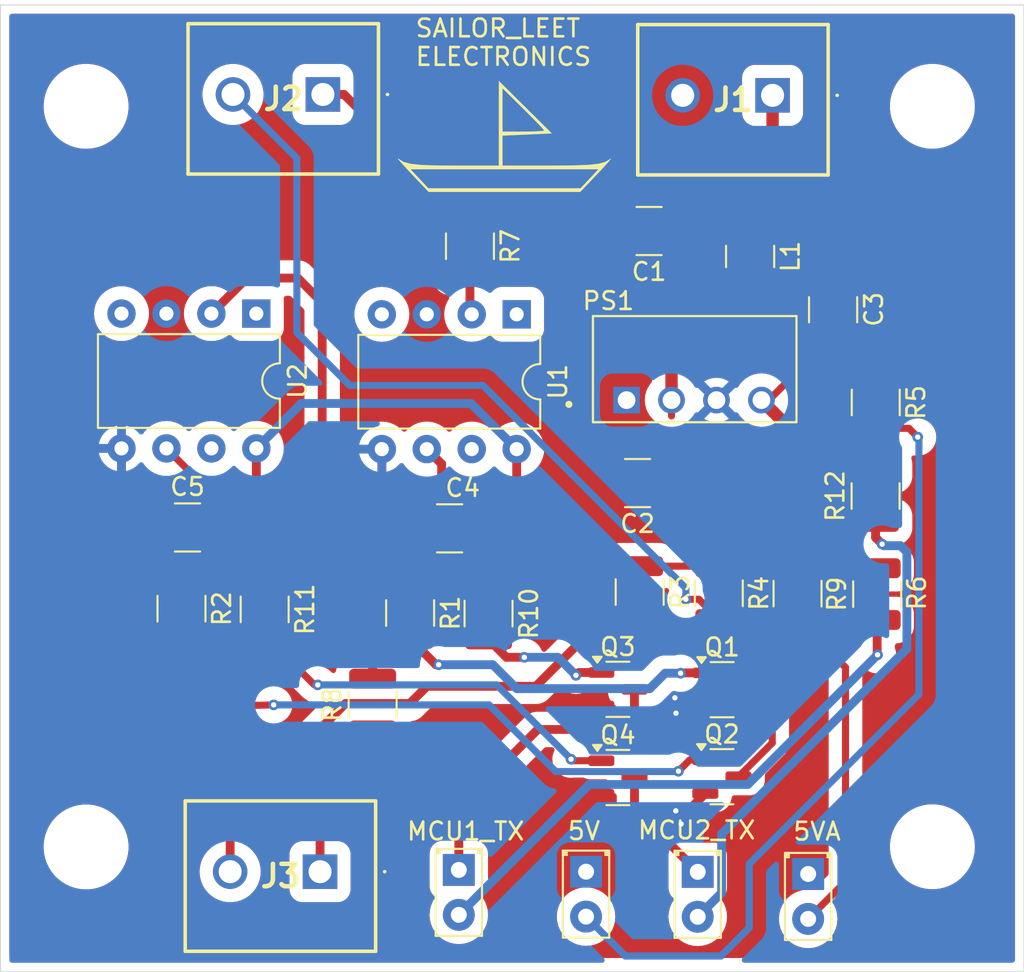
<source format=kicad_pcb>
(kicad_pcb (version 20240108) (generator "pcbnew") (generator_version "8.0")
  (layers (0 "F.Cu" signal) (31 "B.Cu" signal) (34 "B.Paste" user) (35 "F.Paste" user) (36 "B.SilkS" user "B.Silkscreen") (37 "F.SilkS" user "F.Silkscreen") (38 "B.Mask" user) (39 "F.Mask" user) (44 "Edge.Cuts" user))
  (net 0 "")
  (net 1 "+5V")
  (net 2 "GND")
  (net 3 "GND1")
  (net 4 "Net-(PS1-+VIN)")
  (net 5 "+5VA")
  (net 6 "Net-(D1-A)")
  (net 7 "Net-(D2-A)")
  (net 8 "Net-(D3-K)")
  (net 9 "Net-(D3-A)")
  (net 10 "Net-(D4-A)")
  (net 11 "Net-(D4-K)")
  (net 12 "/MCU1_RX_PIN")
  (net 13 "/MCU1_TX_PIN")
  (net 14 "/MCU2_RX_PIN")
  (net 15 "/MCU2_TX_PIN")
  (net 16 "Net-(Q1-B)")
  (net 17 "Net-(Q2-B)")
  (net 18 "Net-(Q3-B)")
  (net 19 "Net-(Q4-B)")
  (net 20 "/LED1")
  (net 21 "/LED2")
  (net 22 "Net-(U1-A)")
  (net 23 "Net-(U2-A)")
  (footprint "Resistor_SMD:R_1210_3225Metric" (layer "F.Cu") (at 160.02 64.63 -90)
    (property "Reference" "R7" (at 0 -2.28 90) (layer "F.SilkS"))
    (property "Value" "120")
    (fp_line (start -0.723737 1.355) (end 0.723737 1.355) (stroke (width 0.12)) (layer "F.SilkS"))
    (fp_line (start -0.723737 -1.355) (end 0.723737 -1.355) (stroke (width 0.12)) (layer "F.SilkS"))
    (pad "1" smd roundrect (at -1.4625 0 270) (size 1.125 2.65) (layers "F.Cu" "F.Paste" "F.Mask") (roundrect_rratio 0.222222) (net 13 "/MCU1_TX_PIN"))
    (pad "2" smd roundrect (at 1.4625 0 270) (size 1.125 2.65) (layers "F.Cu" "F.Paste" "F.Mask") (roundrect_rratio 0.222222) (net 22 "Net-(U1-A)"))
  )
  (footprint "Resistor_SMD:R_1210_3225Metric" (layer "F.Cu") (at 154.52 90.5425 90)
    (property "Reference" "R8" (at 0 -2.28 270) (layer "F.SilkS"))
    (property "Value" "120")
    (fp_line (start -0.723737 -1.355) (end 0.723737 -1.355) (stroke (width 0.12)) (layer "F.SilkS"))
    (fp_line (start -0.723737 1.355) (end 0.723737 1.355) (stroke (width 0.12)) (layer "F.SilkS"))
    (pad "1" smd roundrect (at -1.4625 0 90) (size 1.125 2.65) (layers "F.Cu" "F.Paste" "F.Mask") (roundrect_rratio 0.222222) (net 15 "/MCU2_TX_PIN"))
    (pad "2" smd roundrect (at 1.4625 0 90) (size 1.125 2.65) (layers "F.Cu" "F.Paste" "F.Mask") (roundrect_rratio 0.222222) (net 23 "Net-(U2-A)"))
  )
  (footprint "Resistor_SMD:R_1210_3225Metric" (layer "F.Cu") (at 183.03 84.2975 90)
    (property "Reference" "R9" (at 0 -2.28 270) (layer "F.SilkS"))
    (property "Value" "220")
    (fp_line (start -0.723737 -1.355) (end 0.723737 -1.355) (stroke (width 0.12)) (layer "F.SilkS"))
    (fp_line (start -0.723737 1.355) (end 0.723737 1.355) (stroke (width 0.12)) (layer "F.SilkS"))
    (pad "1" smd roundrect (at -1.4625 0 90) (size 1.125 2.65) (layers "F.Cu" "F.Paste" "F.Mask") (roundrect_rratio 0.222222) (net 9 "Net-(D3-A)"))
    (pad "2" smd roundrect (at 1.4625 0 90) (size 1.125 2.65) (layers "F.Cu" "F.Paste" "F.Mask") (roundrect_rratio 0.222222) (net 5 "+5VA"))
  )
  (footprint "Resistor_SMD:R_1210_3225Metric" (layer "F.Cu") (at 148.42 85.16 -90)
    (property "Reference" "R11" (at 0 -2.28 90) (layer "F.SilkS"))
    (property "Value" "1.5k")
    (fp_line (start -0.723737 1.355) (end 0.723737 1.355) (stroke (width 0.12)) (layer "F.SilkS"))
    (fp_line (start -0.723737 -1.355) (end 0.723737 -1.355) (stroke (width 0.12)) (layer "F.SilkS"))
    (pad "1" smd roundrect (at -1.4625 0 270) (size 1.125 2.65) (layers "F.Cu" "F.Paste" "F.Mask") (roundrect_rratio 0.222222) (net 21 "/LED2"))
    (pad "2" smd roundrect (at 1.4625 0 270) (size 1.125 2.65) (layers "F.Cu" "F.Paste" "F.Mask") (roundrect_rratio 0.222222) (net 19 "Net-(Q4-B)"))
  )
  (footprint "LED_THT:LED_D2.0mm_W4.8mm_H2.5mm_FlatTop" (layer "F.Cu") (at 166.58 99.99 -90)
    (property "Reference" "D1" (hide yes))
    (property "Value" "LED")
    (fp_line (start -1.19 1.31) (end 3.73 1.31) (stroke (width 0.12)) (layer "F.SilkS"))
    (fp_line (start -1.07 1.08) (end -1.07 1.31) (stroke (width 0.12)) (layer "F.SilkS"))
    (fp_line (start -0.95 1.08) (end -0.95 1.31) (stroke (width 0.12)) (layer "F.SilkS"))
    (fp_line (start -1.19 -1.31) (end -1.19 1.31) (stroke (width 0.12)) (layer "F.SilkS"))
    (fp_line (start -1.19 -1.31) (end 3.73 -1.31) (stroke (width 0.12)) (layer "F.SilkS"))
    (fp_line (start -1.07 -1.31) (end -1.07 -1.08) (stroke (width 0.12)) (layer "F.SilkS"))
    (fp_line (start -0.95 -1.31) (end -0.95 -1.08) (stroke (width 0.12)) (layer "F.SilkS"))
    (fp_line (start 3.73 -1.31) (end 3.73 1.31) (stroke (width 0.12)) (layer "F.SilkS"))
    (pad "1" thru_hole rect (at 0 0 270) (size 1.8 1.8) (drill 0.9) (layers "*.Cu" "*.Mask") (net 2 "GND"))
    (pad "2" thru_hole circle (at 2.54 0 270) (size 1.8 1.8) (drill 0.9) (layers "*.Cu" "*.Mask") (net 6 "Net-(D1-A)"))
  )
  (footprint "Package_TO_SOT_SMD:SOT-23" (layer "F.Cu") (at 174.2575 94.62)
    (property "Reference" "Q2" (at 0 -2.4 0) (layer "F.SilkS"))
    (property "Value" "BC817")
    (fp_line (start 0 -1.56) (end -0.65 -1.56) (stroke (width 0.12)) (layer "F.SilkS"))
    (fp_line (start 0 -1.56) (end 0.65 -1.56) (stroke (width 0.12)) (layer "F.SilkS"))
    (fp_line (start 0 1.56) (end -0.65 1.56) (stroke (width 0.12)) (layer "F.SilkS"))
    (fp_line (start 0 1.56) (end 0.65 1.56) (stroke (width 0.12)) (layer "F.SilkS"))
    (fp_poly (pts (xy -1.1625 -1.51) (xy -1.4025 -1.84) (xy -0.9225 -1.84) (xy -1.1625 -1.51)) (stroke (width 0.12)) (fill solid) (layer "F.SilkS"))
    (pad "1" smd roundrect (at -0.9375 -0.95) (size 1.475 0.6) (layers "F.Cu" "F.Paste" "F.Mask") (net 17 "Net-(Q2-B)"))
    (pad "2" smd roundrect (at -0.9375 0.95) (size 1.475 0.6) (layers "F.Cu" "F.Paste" "F.Mask") (net 3 "GND1"))
    (pad "3" smd roundrect (at 0.9375 0) (size 1.475 0.6) (layers "F.Cu" "F.Paste" "F.Mask") (net 12 "/MCU1_RX_PIN"))
  )
  (footprint "Package_DIP:DIP-8_W7.62mm" (layer "F.Cu") (at 162.66 68.48 -90)
    (property "Reference" "U1" (at 3.81 -2.33 90) (layer "F.SilkS"))
    (property "Value" "6N137")
    (fp_line (start 1.16 8.95) (end 6.46 8.95) (stroke (width 0.12)) (layer "F.SilkS"))
    (fp_line (start 6.46 8.95) (end 6.46 -1.33) (stroke (width 0.12)) (layer "F.SilkS"))
    (fp_line (start 1.16 -1.33) (end 1.16 8.95) (stroke (width 0.12)) (layer "F.SilkS"))
    (fp_line (start 2.81 -1.33) (end 1.16 -1.33) (stroke (width 0.12)) (layer "F.SilkS"))
    (fp_line (start 6.46 -1.33) (end 4.81 -1.33) (stroke (width 0.12)) (layer "F.SilkS"))
    (fp_arc (start 4.81 -1.33) (mid 3.81 -0.33) (end 2.81 -1.33) (stroke (width 0.12)) (layer "F.SilkS"))
    (pad "1" thru_hole rect (at 0 0 270) (size 1.6 1.6) (drill 0.8) (layers "*.Cu" "*.Mask"))
    (pad "2" thru_hole oval (at 0 2.54 270) (size 1.6 1.6) (drill 0.8) (layers "*.Cu" "*.Mask") (net 22 "Net-(U1-A)"))
    (pad "3" thru_hole oval (at 0 5.08 270) (size 1.6 1.6) (drill 0.8) (layers "*.Cu" "*.Mask") (net 2 "GND"))
    (pad "4" thru_hole oval (at 0 7.62 270) (size 1.6 1.6) (drill 0.8) (layers "*.Cu" "*.Mask"))
    (pad "5" thru_hole oval (at 7.62 7.62 270) (size 1.6 1.6) (drill 0.8) (layers "*.Cu" "*.Mask") (net 3 "GND1"))
    (pad "6" thru_hole oval (at 7.62 5.08 270) (size 1.6 1.6) (drill 0.8) (layers "*.Cu" "*.Mask") (net 20 "/LED1"))
    (pad "7" thru_hole oval (at 7.62 2.54 270) (size 1.6 1.6) (drill 0.8) (layers "*.Cu" "*.Mask"))
    (pad "8" thru_hole oval (at 7.62 0 270) (size 1.6 1.6) (drill 0.8) (layers "*.Cu" "*.Mask") (net 5 "+5VA"))
  )
  (footprint "MountingHole:MountingHole_4.3mm_M4" (layer "F.Cu") (at 138.33 98.59)
    (property "Reference" "H3" (hide yes))
    (property "Value" "M4 4.3MM")
    (pad "" np_thru_hole circle (at 0 0) (size 4.3 4.3) (drill 4.3) (layers "*.Cu" "*.Mask"))
  )
  (footprint "Resistor_SMD:R_1210_3225Metric" (layer "F.Cu") (at 182.94 78.7525 90)
    (property "Reference" "R12" (at 0 -2.28 270) (layer "F.SilkS"))
    (property "Value" "220")
    (fp_line (start -0.723737 -1.355) (end 0.723737 -1.355) (stroke (width 0.12)) (layer "F.SilkS"))
    (fp_line (start -0.723737 1.355) (end 0.723737 1.355) (stroke (width 0.12)) (layer "F.SilkS"))
    (pad "1" smd roundrect (at -1.4625 0 90) (size 1.125 2.65) (layers "F.Cu" "F.Paste" "F.Mask") (roundrect_rratio 0.222222) (net 10 "Net-(D4-A)"))
    (pad "2" smd roundrect (at 1.4625 0 90) (size 1.125 2.65) (layers "F.Cu" "F.Paste" "F.Mask") (roundrect_rratio 0.222222) (net 5 "+5VA"))
  )
  (footprint "Resistor_SMD:R_1210_3225Metric" (layer "F.Cu") (at 156.64 85.3675 -90)
    (property "Reference" "R1" (at 0 -2.28 90) (layer "F.SilkS"))
    (property "Value" "1.5k")
    (fp_line (start -0.723737 1.355) (end 0.723737 1.355) (stroke (width 0.12)) (layer "F.SilkS"))
    (fp_line (start -0.723737 -1.355) (end 0.723737 -1.355) (stroke (width 0.12)) (layer "F.SilkS"))
    (pad "1" smd roundrect (at -1.4625 0 270) (size 1.125 2.65) (layers "F.Cu" "F.Paste" "F.Mask") (roundrect_rratio 0.222222) (net 20 "/LED1"))
    (pad "2" smd roundrect (at 1.4625 0 270) (size 1.125 2.65) (layers "F.Cu" "F.Paste" "F.Mask") (roundrect_rratio 0.222222) (net 16 "Net-(Q1-B)"))
  )
  (footprint "Inductor_SMD:L_1210_3225Metric" (layer "F.Cu") (at 175.85 65.21 -90)
    (property "Reference" "L1" (at 0 -2.28 90) (layer "F.SilkS"))
    (property "Value" "22uH")
    (fp_line (start -0.602064 1.36) (end 0.602064 1.36) (stroke (width 0.12)) (layer "F.SilkS"))
    (fp_line (start -0.602064 -1.36) (end 0.602064 -1.36) (stroke (width 0.12)) (layer "F.SilkS"))
    (pad "1" smd roundrect (at -1.4 0 270) (size 1.25 2.65) (layers "F.Cu" "F.Paste" "F.Mask") (roundrect_rratio 0.2) (net 1 "+5V"))
    (pad "2" smd roundrect (at 1.4 0 270) (size 1.25 2.65) (layers "F.Cu" "F.Paste" "F.Mask") (roundrect_rratio 0.2) (net 4 "Net-(PS1-+VIN)"))
  )
  (footprint "Capacitor_SMD:C_1210_3225Metric" (layer "F.Cu") (at 144.06 80.53)
    (property "Reference" "C5" (at 0 -2.3 0) (layer "F.SilkS"))
    (property "Value" "100nF")
    (fp_line (start -0.711252 -1.36) (end 0.711252 -1.36) (stroke (width 0.12)) (layer "F.SilkS"))
    (fp_line (start -0.711252 1.36) (end 0.711252 1.36) (stroke (width 0.12)) (layer "F.SilkS"))
    (pad "1" smd roundrect (at -1.475 0) (size 1.15 2.7) (layers "F.Cu" "F.Paste" "F.Mask") (roundrect_rratio 0.217391) (net 3 "GND1"))
    (pad "2" smd roundrect (at 1.475 0) (size 1.15 2.7) (layers "F.Cu" "F.Paste" "F.Mask") (roundrect_rratio 0.217391) (net 5 "+5VA"))
  )
  (footprint "Package_TO_SOT_SMD:SOT-23" (layer "F.Cu") (at 174.2675 89.7)
    (property "Reference" "Q1" (at 0 -2.4 0) (layer "F.SilkS"))
    (property "Value" "BC817")
    (fp_line (start 0 -1.56) (end -0.65 -1.56) (stroke (width 0.12)) (layer "F.SilkS"))
    (fp_line (start 0 -1.56) (end 0.65 -1.56) (stroke (width 0.12)) (layer "F.SilkS"))
    (fp_line (start 0 1.56) (end -0.65 1.56) (stroke (width 0.12)) (layer "F.SilkS"))
    (fp_line (start 0 1.56) (end 0.65 1.56) (stroke (width 0.12)) (layer "F.SilkS"))
    (fp_poly (pts (xy -1.1625 -1.51) (xy -1.4025 -1.84) (xy -0.9225 -1.84) (xy -1.1625 -1.51)) (stroke (width 0.12)) (fill solid) (layer "F.SilkS"))
    (pad "1" smd roundrect (at -0.9375 -0.95) (size 1.475 0.6) (layers "F.Cu" "F.Paste" "F.Mask") (net 16 "Net-(Q1-B)"))
    (pad "2" smd roundrect (at -0.9375 0.95) (size 1.475 0.6) (layers "F.Cu" "F.Paste" "F.Mask") (net 3 "GND1"))
    (pad "3" smd roundrect (at 0.9375 0) (size 1.475 0.6) (layers "F.Cu" "F.Paste" "F.Mask") (net 14 "/MCU2_RX_PIN"))
  )
  (footprint "Resistor_SMD:R_1210_3225Metric" (layer "F.Cu") (at 178.53 84.27 -90)
    (property "Reference" "R6" (at -0.04 -6.74 90) (layer "F.SilkS"))
    (property "Value" "220")
    (fp_line (start -0.723737 1.355) (end 0.723737 1.355) (stroke (width 0.12)) (layer "F.SilkS"))
    (fp_line (start -0.723737 -1.355) (end 0.723737 -1.355) (stroke (width 0.12)) (layer "F.SilkS"))
    (pad "1" smd roundrect (at -1.4625 0 270) (size 1.125 2.65) (layers "F.Cu" "F.Paste" "F.Mask") (roundrect_rratio 0.222222) (net 5 "+5VA"))
    (pad "2" smd roundrect (at 1.4625 0 270) (size 1.125 2.65) (layers "F.Cu" "F.Paste" "F.Mask") (roundrect_rratio 0.222222) (net 7 "Net-(D2-A)"))
  )
  (footprint "Capacitor_SMD:C_1210_3225Metric" (layer "F.Cu") (at 169.49 78.02 180)
    (property "Reference" "C2" (at 0 -2.3 180) (layer "F.SilkS"))
    (property "Value" "330pF/1kV")
    (fp_line (start -0.711252 1.36) (end 0.711252 1.36) (stroke (width 0.12)) (layer "F.SilkS"))
    (fp_line (start -0.711252 -1.36) (end 0.711252 -1.36) (stroke (width 0.12)) (layer "F.SilkS"))
    (pad "1" smd roundrect (at -1.475 0 180) (size 1.15 2.7) (layers "F.Cu" "F.Paste" "F.Mask") (roundrect_rratio 0.217391) (net 3 "GND1"))
    (pad "2" smd roundrect (at 1.475 0 180) (size 1.15 2.7) (layers "F.Cu" "F.Paste" "F.Mask") (roundrect_rratio 0.217391) (net 2 "GND"))
  )
  (footprint "Package_DIP:DIP-8_W7.62mm" (layer "F.Cu") (at 147.95 68.44 -90)
    (property "Reference" "U2" (at 3.81 -2.33 90) (layer "F.SilkS"))
    (property "Value" "6N137")
    (fp_line (start 1.16 8.95) (end 6.46 8.95) (stroke (width 0.12)) (layer "F.SilkS"))
    (fp_line (start 6.46 8.95) (end 6.46 -1.33) (stroke (width 0.12)) (layer "F.SilkS"))
    (fp_line (start 1.16 -1.33) (end 1.16 8.95) (stroke (width 0.12)) (layer "F.SilkS"))
    (fp_line (start 2.81 -1.33) (end 1.16 -1.33) (stroke (width 0.12)) (layer "F.SilkS"))
    (fp_line (start 6.46 -1.33) (end 4.81 -1.33) (stroke (width 0.12)) (layer "F.SilkS"))
    (fp_arc (start 4.81 -1.33) (mid 3.81 -0.33) (end 2.81 -1.33) (stroke (width 0.12)) (layer "F.SilkS"))
    (pad "1" thru_hole rect (at 0 0 270) (size 1.6 1.6) (drill 0.8) (layers "*.Cu" "*.Mask"))
    (pad "2" thru_hole oval (at 0 2.54 270) (size 1.6 1.6) (drill 0.8) (layers "*.Cu" "*.Mask") (net 23 "Net-(U2-A)"))
    (pad "3" thru_hole oval (at 0 5.08 270) (size 1.6 1.6) (drill 0.8) (layers "*.Cu" "*.Mask") (net 2 "GND"))
    (pad "4" thru_hole oval (at 0 7.62 270) (size 1.6 1.6) (drill 0.8) (layers "*.Cu" "*.Mask"))
    (pad "5" thru_hole oval (at 7.62 7.62 270) (size 1.6 1.6) (drill 0.8) (layers "*.Cu" "*.Mask") (net 3 "GND1"))
    (pad "6" thru_hole oval (at 7.62 5.08 270) (size 1.6 1.6) (drill 0.8) (layers "*.Cu" "*.Mask") (net 21 "/LED2"))
    (pad "7" thru_hole oval (at 7.62 2.54 270) (size 1.6 1.6) (drill 0.8) (layers "*.Cu" "*.Mask"))
    (pad "8" thru_hole oval (at 7.62 0 270) (size 1.6 1.6) (drill 0.8) (layers "*.Cu" "*.Mask") (net 5 "+5VA"))
  )
  (footprint "KiCad:EB21A02D" (layer "F.Cu") (at 151.55 99.99)
    (property "Reference" "J3" (at -2.24 0.25 0) (layer "F.SilkS") (effects (font (size 1.27 1.27) (thickness 0.254))))
    (property "Value" "EB21A-02-D" (hide yes))
    (fp_line (start -7.62 -4) (end 3.14 -4) (stroke (width 0.2)) (layer "F.SilkS"))
    (fp_line (start -7.62 4.5) (end -7.62 -4) (stroke (width 0.2)) (layer "F.SilkS"))
    (fp_line (start 3.14 -4) (end 3.14 4.5) (stroke (width 0.2)) (layer "F.SilkS"))
    (fp_line (start 3.14 4.5) (end -7.62 4.5) (stroke (width 0.2)) (layer "F.SilkS"))
    (fp_line (start 3.6 0) (end 3.6 0) (stroke (width 0.1)) (layer "F.SilkS"))
    (fp_line (start 3.7 0) (end 3.7 0) (stroke (width 0.1)) (layer "F.SilkS"))
    (fp_arc (start 3.6 0) (mid 3.65 -0.05) (end 3.7 0) (stroke (width 0.1)) (layer "F.SilkS"))
    (fp_arc (start 3.7 0) (mid 3.65 0.05) (end 3.6 0) (stroke (width 0.1)) (layer "F.SilkS"))
    (pad "1" thru_hole rect (at 0 0) (size 1.95 1.95) (drill 1.3) (layers "*.Cu" "*.Mask") (net 15 "/MCU2_TX_PIN"))
    (pad "2" thru_hole circle (at -5.08 0) (size 1.95 1.95) (drill 1.3) (layers "*.Cu" "*.Mask") (net 14 "/MCU2_RX_PIN"))
  )
  (footprint "MountingHole:MountingHole_4.3mm_M4" (layer "F.Cu") (at 186.15 98.58)
    (property "Reference" "H4" (hide yes))
    (property "Value" "M4 4.3MM")
    (pad "" np_thru_hole circle (at 0 0) (size 4.3 4.3) (drill 4.3) (layers "*.Cu" "*.Mask"))
  )
  (footprint "Resistor_SMD:R_1210_3225Metric" (layer "F.Cu") (at 161.07 85.3975 -90)
    (property "Reference" "R10" (at 0 -2.28 90) (layer "F.SilkS"))
    (property "Value" "1.5k")
    (fp_line (start -0.723737 1.355) (end 0.723737 1.355) (stroke (width 0.12)) (layer "F.SilkS"))
    (fp_line (start -0.723737 -1.355) (end 0.723737 -1.355) (stroke (width 0.12)) (layer "F.SilkS"))
    (pad "1" smd roundrect (at -1.4625 0 270) (size 1.125 2.65) (layers "F.Cu" "F.Paste" "F.Mask") (roundrect_rratio 0.222222) (net 20 "/LED1"))
    (pad "2" smd roundrect (at 1.4625 0 270) (size 1.125 2.65) (layers "F.Cu" "F.Paste" "F.Mask") (roundrect_rratio 0.222222) (net 18 "Net-(Q3-B)"))
  )
  (footprint "KiCad:EB21A02D" (layer "F.Cu") (at 177.12 56.1)
    (property "Reference" "J1" (at -2.24 0.25 0) (layer "F.SilkS") (effects (font (size 1.27 1.27) (thickness 0.254))))
    (property "Value" "EB21A-02-D" (hide yes))
    (fp_line (start -7.62 -4) (end 3.14 -4) (stroke (width 0.2)) (layer "F.SilkS"))
    (fp_line (start -7.62 4.5) (end -7.62 -4) (stroke (width 0.2)) (layer "F.SilkS"))
    (fp_line (start 3.14 -4) (end 3.14 4.5) (stroke (width 0.2)) (layer "F.SilkS"))
    (fp_line (start 3.14 4.5) (end -7.62 4.5) (stroke (width 0.2)) (layer "F.SilkS"))
    (fp_line (start 3.6 0) (end 3.6 0) (stroke (width 0.1)) (layer "F.SilkS"))
    (fp_line (start 3.7 0) (end 3.7 0) (stroke (width 0.1)) (layer "F.SilkS"))
    (fp_arc (start 3.6 0) (mid 3.65 -0.05) (end 3.7 0) (stroke (width 0.1)) (layer "F.SilkS"))
    (fp_arc (start 3.7 0) (mid 3.65 0.05) (end 3.6 0) (stroke (width 0.1)) (layer "F.SilkS"))
    (pad "1" thru_hole rect (at 0 0) (size 1.95 1.95) (drill 1.3) (layers "*.Cu" "*.Mask") (net 1 "+5V"))
    (pad "2" thru_hole circle (at -5.08 0) (size 1.95 1.95) (drill 1.3) (layers "*.Cu" "*.Mask") (net 2 "GND"))
  )
  (footprint "tfm:LOGO" (layer "F.Cu") (at 161.863049 58.360914)
    (property "Reference" "G***" (hide yes))
    (property "Value" "LOGO" (hide yes))
    (fp_poly (pts (xy 1.28788 -1.595116) (xy 2.789205 -0.106723) (xy 1.394603 -0.043609) (xy 0 0.019504) (xy 0 0.863534) (xy 0 1.707563) (xy 2.811345 1.707563) (xy 4.007365 1.698902) (xy 4.853422 1.667156) (xy 5.426201 1.60368) (xy 5.802383 1.499829) (xy 6.058654 1.34696) (xy 6.066387 1.340621) (xy 6.149855 1.299681) (xy 5.974193 1.519461) (xy 5.577248 1.954027) (xy 5.450881 2.08768) (xy 4.391678 3.20168) (xy 0.106723 3.20168) (xy -4.178232 3.20168) (xy -5.237435 2.08768) (xy -5.392025 1.921008) (xy -5.197102 1.921008) (xy -4.695798 2.454622) (xy -4.194494 2.988235) (xy 0.106723 2.988235) (xy 4.40794 2.988235) (xy 4.909244 2.454622) (xy 5.410548 1.921008) (xy 0.106723 1.921008) (xy -5.197102 1.921008) (xy -5.392025 1.921008) (xy -5.68271 1.607604) (xy -5.915952 1.331084) (xy -5.899315 1.304058) (xy -5.852941 1.340621) (xy -5.586552 1.501483) (xy -5.19533 1.608869) (xy -4.598957 1.672471) (xy -3.717112 1.701978) (xy -2.811344 1.707563) (xy -0.213445 1.707563) (xy -0.213445 -0.687973) (xy -0.213445 -2.653485) (xy 0 -2.653485) (xy 0 -1.433465) (xy 0 -0.213446) (xy 1.17395 -0.213446) (xy 1.817053 -0.223423) (xy 2.24346 -0.249161) (xy 2.3479 -0.274098) (xy 2.20745 -0.441483) (xy 1.835277 -0.830394) (xy 1.305143 -1.364175) (xy 1.17395 -1.494118) (xy 0 -2.653485) (xy -0.213445 -2.653485) (xy -0.213445 -3.083508)) (fill solid) (layer "F.SilkS"))
  )
  (footprint "Resistor_SMD:R_1210_3225Metric" (layer "F.Cu") (at 174.08 84.25 -90)
    (property "Reference" "R4" (at 0 -2.28 90) (layer "F.SilkS"))
    (property "Value" "220")
    (fp_line (start -0.723737 1.355) (end 0.723737 1.355) (stroke (width 0.12)) (layer "F.SilkS"))
    (fp_line (start -0.723737 -1.355) (end 0.723737 -1.355) (stroke (width 0.12)) (layer "F.SilkS"))
    (pad "1" smd roundrect (at -1.4625 0 270) (size 1.125 2.65) (layers "F.Cu" "F.Paste" "F.Mask") (roundrect_rratio 0.222222) (net 5 "+5VA"))
    (pad "2" smd roundrect (at 1.4625 0 270) (size 1.125 2.65) (layers "F.Cu" "F.Paste" "F.Mask") (roundrect_rratio 0.222222) (net 12 "/MCU1_RX_PIN"))
  )
  (footprint "Package_TO_SOT_SMD:SOT-23" (layer "F.Cu") (at 168.3775 89.68)
    (property "Reference" "Q3" (at 0 -2.4 0) (layer "F.SilkS"))
    (property "Value" "BC817")
    (fp_line (start 0 -1.56) (end -0.65 -1.56) (stroke (width 0.12)) (layer "F.SilkS"))
    (fp_line (start 0 -1.56) (end 0.65 -1.56) (stroke (width 0.12)) (layer "F.SilkS"))
    (fp_line (start 0 1.56) (end -0.65 1.56) (stroke (width 0.12)) (layer "F.SilkS"))
    (fp_line (start 0 1.56) (end 0.65 1.56) (stroke (width 0.12)) (layer "F.SilkS"))
    (fp_poly (pts (xy -1.1625 -1.51) (xy -1.4025 -1.84) (xy -0.9225 -1.84) (xy -1.1625 -1.51)) (stroke (width 0.12)) (fill solid) (layer "F.SilkS"))
    (pad "1" smd roundrect (at -0.9375 -0.95) (size 1.475 0.6) (layers "F.Cu" "F.Paste" "F.Mask") (net 18 "Net-(Q3-B)"))
    (pad "2" smd roundrect (at -0.9375 0.95) (size 1.475 0.6) (layers "F.Cu" "F.Paste" "F.Mask") (net 2 "GND"))
    (pad "3" smd roundrect (at 0.9375 0) (size 1.475 0.6) (layers "F.Cu" "F.Paste" "F.Mask") (net 8 "Net-(D3-K)"))
  )
  (footprint "Capacitor_SMD:C_1210_3225Metric" (layer "F.Cu") (at 180.54 68.22 90)
    (property "Reference" "C3" (at 0.02 2.3 270) (layer "F.SilkS"))
    (property "Value" "330pF/1kV")
    (fp_line (start -0.711252 -1.36) (end 0.711252 -1.36) (stroke (width 0.12)) (layer "F.SilkS"))
    (fp_line (start -0.711252 1.36) (end 0.711252 1.36) (stroke (width 0.12)) (layer "F.SilkS"))
    (pad "1" smd roundrect (at -1.475 0 90) (size 1.15 2.7) (layers "F.Cu" "F.Paste" "F.Mask") (roundrect_rratio 0.217391) (net 5 "+5VA"))
    (pad "2" smd roundrect (at 1.475 0 90) (size 1.15 2.7) (layers "F.Cu" "F.Paste" "F.Mask") (roundrect_rratio 0.217391) (net 4 "Net-(PS1-+VIN)"))
  )
  (footprint "MountingHole:MountingHole_4.3mm_M4" (layer "F.Cu") (at 138.33 56.72)
    (property "Reference" "H1" (hide yes))
    (property "Value" "M4 4.3MM")
    (pad "" np_thru_hole circle (at 0 0) (size 4.3 4.3) (drill 4.3) (layers "*.Cu" "*.Mask"))
  )
  (footprint "KiCad:EB21A02D" (layer "F.Cu") (at 151.71 56.05)
    (property "Reference" "J2" (at -2.24 0.25 0) (layer "F.SilkS") (effects (font (size 1.27 1.27) (thickness 0.254))))
    (property "Value" "EB21A-02-D" (hide yes))
    (fp_line (start -7.62 -4) (end 3.14 -4) (stroke (width 0.2)) (layer "F.SilkS"))
    (fp_line (start -7.62 4.5) (end -7.62 -4) (stroke (width 0.2)) (layer "F.SilkS"))
    (fp_line (start 3.14 -4) (end 3.14 4.5) (stroke (width 0.2)) (layer "F.SilkS"))
    (fp_line (start 3.14 4.5) (end -7.62 4.5) (stroke (width 0.2)) (layer "F.SilkS"))
    (fp_line (start 3.6 0) (end 3.6 0) (stroke (width 0.1)) (layer "F.SilkS"))
    (fp_line (start 3.7 0) (end 3.7 0) (stroke (width 0.1)) (layer "F.SilkS"))
    (fp_arc (start 3.6 0) (mid 3.65 -0.05) (end 3.7 0) (stroke (width 0.1)) (layer "F.SilkS"))
    (fp_arc (start 3.7 0) (mid 3.65 0.05) (end 3.6 0) (stroke (width 0.1)) (layer "F.SilkS"))
    (pad "1" thru_hole rect (at 0 0) (size 1.95 1.95) (drill 1.3) (layers "*.Cu" "*.Mask") (net 13 "/MCU1_TX_PIN"))
    (pad "2" thru_hole circle (at -5.08 0) (size 1.95 1.95) (drill 1.3) (layers "*.Cu" "*.Mask") (net 12 "/MCU1_RX_PIN"))
  )
  (footprint "LED_THT:LED_D2.0mm_W4.8mm_H2.5mm_FlatTop" (layer "F.Cu") (at 179.13 100.12 -90)
    (property "Reference" "D2" (hide yes))
    (property "Value" "LED")
    (fp_line (start -1.19 1.31) (end 3.73 1.31) (stroke (width 0.12)) (layer "F.SilkS"))
    (fp_line (start -1.07 1.08) (end -1.07 1.31) (stroke (width 0.12)) (layer "F.SilkS"))
    (fp_line (start -0.95 1.08) (end -0.95 1.31) (stroke (width 0.12)) (layer "F.SilkS"))
    (fp_line (start -1.19 -1.31) (end -1.19 1.31) (stroke (width 0.12)) (layer "F.SilkS"))
    (fp_line (start -1.19 -1.31) (end 3.73 -1.31) (stroke (width 0.12)) (layer "F.SilkS"))
    (fp_line (start -1.07 -1.31) (end -1.07 -1.08) (stroke (width 0.12)) (layer "F.SilkS"))
    (fp_line (start -0.95 -1.31) (end -0.95 -1.08) (stroke (width 0.12)) (layer "F.SilkS"))
    (fp_line (start 3.73 -1.31) (end 3.73 1.31) (stroke (width 0.12)) (layer "F.SilkS"))
    (pad "1" thru_hole rect (at 0 0 270) (size 1.8 1.8) (drill 0.9) (layers "*.Cu" "*.Mask") (net 2 "GND"))
    (pad "2" thru_hole circle (at 2.54 0 270) (size 1.8 1.8) (drill 0.9) (layers "*.Cu" "*.Mask") (net 7 "Net-(D2-A)"))
  )
  (footprint "Capacitor_SMD:C_1210_3225Metric" (layer "F.Cu") (at 158.87 80.58)
    (property "Reference" "C4" (at 0.74 -2.29 0) (layer "F.SilkS"))
    (property "Value" "100nF")
    (fp_line (start -0.711252 -1.36) (end 0.711252 -1.36) (stroke (width 0.12)) (layer "F.SilkS"))
    (fp_line (start -0.711252 1.36) (end 0.711252 1.36) (stroke (width 0.12)) (layer "F.SilkS"))
    (pad "1" smd roundrect (at -1.475 0) (size 1.15 2.7) (layers "F.Cu" "F.Paste" "F.Mask") (roundrect_rratio 0.217391) (net 3 "GND1"))
    (pad "2" smd roundrect (at 1.475 0) (size 1.15 2.7) (layers "F.Cu" "F.Paste" "F.Mask") (roundrect_rratio 0.217391) (net 5 "+5VA"))
  )
  (footprint "tfm:CONV_RFM-0505S" (layer "F.Cu") (at 172.72 71.58)
    (property "Reference" "PS1" (at -4.88 -3.86 360) (layer "F.SilkS"))
    (property "Value" "RFM-0505S")
    (fp_line (start -5.75 -3) (end -5.75 3) (stroke (width 0.127)) (layer "F.SilkS"))
    (fp_line (start -5.75 3) (end 5.75 3) (stroke (width 0.127)) (layer "F.SilkS"))
    (fp_line (start 5.75 -3) (end -5.75 -3) (stroke (width 0.127)) (layer "F.SilkS"))
    (fp_line (start 5.75 3) (end 5.75 -3) (stroke (width 0.127)) (layer "F.SilkS"))
    (fp_circle (center -7.11 1.99) (end -7.01 1.99) (stroke (width 0.2)) (fill none) (layer "F.SilkS"))
    (pad "1" thru_hole rect (at -3.85 1.75) (size 1.508 1.508) (drill 1) (layers "*.Cu" "*.Mask") (net 2 "GND"))
    (pad "2" thru_hole circle (at -1.31 1.75) (size 1.508 1.508) (drill 1) (layers "*.Cu" "*.Mask") (net 4 "Net-(PS1-+VIN)"))
    (pad "3" thru_hole circle (at 1.23 1.75) (size 1.508 1.508) (drill 1) (layers "*.Cu" "*.Mask") (net 3 "GND1"))
    (pad "4" thru_hole circle (at 3.77 1.75) (size 1.508 1.508) (drill 1) (layers "*.Cu" "*.Mask") (net 5 "+5VA"))
  )
  (footprint "Resistor_SMD:R_1210_3225Metric" (layer "F.Cu") (at 143.72 85.12 -90)
    (property "Reference" "R2" (at 0 -2.28 90) (layer "F.SilkS"))
    (property "Value" "1.5k")
    (fp_line (start -0.723737 1.355) (end 0.723737 1.355) (stroke (width 0.12)) (layer "F.SilkS"))
    (fp_line (start -0.723737 -1.355) (end 0.723737 -1.355) (stroke (width 0.12)) (layer "F.SilkS"))
    (pad "1" smd roundrect (at -1.4625 0 270) (size 1.125 2.65) (layers "F.Cu" "F.Paste" "F.Mask") (roundrect_rratio 0.222222) (net 21 "/LED2"))
    (pad "2" smd roundrect (at 1.4625 0 270) (size 1.125 2.65) (layers "F.Cu" "F.Paste" "F.Mask") (roundrect_rratio 0.222222) (net 17 "Net-(Q2-B)"))
  )
  (footprint "Resistor_SMD:R_1210_3225Metric" (layer "F.Cu") (at 169.61 84.18 -90)
    (property "Reference" "R3" (at 0 -2.28 90) (layer "F.SilkS"))
    (property "Value" "220")
    (fp_line (start -0.723737 1.355) (end 0.723737 1.355) (stroke (width 0.12)) (layer "F.SilkS"))
    (fp_line (start -0.723737 -1.355) (end 0.723737 -1.355) (stroke (width 0.12)) (layer "F.SilkS"))
    (pad "1" smd roundrect (at -1.4625 0 270) (size 1.125 2.65) (layers "F.Cu" "F.Paste" "F.Mask") (roundrect_rratio 0.222222) (net 5 "+5VA"))
    (pad "2" smd roundrect (at 1.4625 0 270) (size 1.125 2.65) (layers "F.Cu" "F.Paste" "F.Mask") (roundrect_rratio 0.222222) (net 14 "/MCU2_RX_PIN"))
  )
  (footprint "Package_TO_SOT_SMD:SOT-23" (layer "F.Cu") (at 168.38 94.6675)
    (property "Reference" "Q4" (at 0 -2.4 0) (layer "F.SilkS"))
    (property "Value" "BC817")
    (fp_line (start 0 -1.56) (end -0.65 -1.56) (stroke (width 0.12)) (layer "F.SilkS"))
    (fp_line (start 0 -1.56) (end 0.65 -1.56) (stroke (width 0.12)) (layer "F.SilkS"))
    (fp_line (start 0 1.56) (end -0.65 1.56) (stroke (width 0.12)) (layer "F.SilkS"))
    (fp_line (start 0 1.56) (end 0.65 1.56) (stroke (width 0.12)) (layer "F.SilkS"))
    (fp_poly (pts (xy -1.1625 -1.51) (xy -1.4025 -1.84) (xy -0.9225 -1.84) (xy -1.1625 -1.51)) (stroke (width 0.12)) (fill solid) (layer "F.SilkS"))
    (pad "1" smd roundrect (at -0.9375 -0.95) (size 1.475 0.6) (layers "F.Cu" "F.Paste" "F.Mask") (net 19 "Net-(Q4-B)"))
    (pad "2" smd roundrect (at -0.9375 0.95) (size 1.475 0.6) (layers "F.Cu" "F.Paste" "F.Mask") (net 2 "GND"))
    (pad "3" smd roundrect (at 0.9375 0) (size 1.475 0.6) (layers "F.Cu" "F.Paste" "F.Mask") (net 11 "Net-(D4-K)"))
  )
  (footprint "Resistor_SMD:R_1210_3225Metric" (layer "F.Cu") (at 182.95 73.4625 -90)
    (property "Reference" "R5" (at 0 -2.28 90) (layer "F.SilkS"))
    (property "Value" "220")
    (fp_line (start -0.723737 1.355) (end 0.723737 1.355) (stroke (width 0.12)) (layer "F.SilkS"))
    (fp_line (start -0.723737 -1.355) (end 0.723737 -1.355) (stroke (width 0.12)) (layer "F.SilkS"))
    (pad "1" smd roundrect (at -1.4625 0 270) (size 1.125 2.65) (layers "F.Cu" "F.Paste" "F.Mask") (roundrect_rratio 0.222222) (net 1 "+5V"))
    (pad "2" smd roundrect (at 1.4625 0 270) (size 1.125 2.65) (layers "F.Cu" "F.Paste" "F.Mask") (roundrect_rratio 0.222222) (net 6 "Net-(D1-A)"))
  )
  (footprint "MountingHole:MountingHole_4.3mm_M4" (layer "F.Cu") (at 186.15 56.72)
    (property "Reference" "H2" (hide yes))
    (property "Value" "M4 4.3MM")
    (pad "" np_thru_hole circle (at 0 0) (size 4.3 4.3) (drill 4.3) (layers "*.Cu" "*.Mask"))
  )
  (footprint "LED_THT:LED_D2.0mm_W4.8mm_H2.5mm_FlatTop" (layer "F.Cu") (at 172.89 100 -90)
    (property "Reference" "D4" (hide yes))
    (property "Value" "LED")
    (fp_line (start -1.19 1.31) (end 3.73 1.31) (stroke (width 0.12)) (layer "F.SilkS"))
    (fp_line (start -1.07 1.08) (end -1.07 1.31) (stroke (width 0.12)) (layer "F.SilkS"))
    (fp_line (start -0.95 1.08) (end -0.95 1.31) (stroke (width 0.12)) (layer "F.SilkS"))
    (fp_line (start -1.19 -1.31) (end -1.19 1.31) (stroke (width 0.12)) (layer "F.SilkS"))
    (fp_line (start -1.19 -1.31) (end 3.73 -1.31) (stroke (width 0.12)) (layer "F.SilkS"))
    (fp_line (start -1.07 -1.31) (end -1.07 -1.08) (stroke (width 0.12)) (layer "F.SilkS"))
    (fp_line (start -0.95 -1.31) (end -0.95 -1.08) (stroke (width 0.12)) (layer "F.SilkS"))
    (fp_line (start 3.73 -1.31) (end 3.73 1.31) (stroke (width 0.12)) (layer "F.SilkS"))
    (pad "1" thru_hole rect (at 0 0 270) (size 1.8 1.8) (drill 0.9) (layers "*.Cu" "*.Mask") (net 11 "Net-(D4-K)"))
    (pad "2" thru_hole circle (at 2.54 0 270) (size 1.8 1.8) (drill 0.9) (layers "*.Cu" "*.Mask") (net 10 "Net-(D4-A)"))
  )
  (footprint "Capacitor_SMD:C_1210_3225Metric" (layer "F.Cu") (at 170.14 63.77 180)
    (property "Reference" "C1" (at 0 -2.3 180) (layer "F.SilkS"))
    (property "Value" "10uF")
    (fp_line (start -0.711252 1.36) (end 0.711252 1.36) (stroke (width 0.12)) (layer "F.SilkS"))
    (fp_line (start -0.711252 -1.36) (end 0.711252 -1.36) (stroke (width 0.12)) (layer "F.SilkS"))
    (pad "1" smd roundrect (at -1.475 0 180) (size 1.15 2.7) (layers "F.Cu" "F.Paste" "F.Mask") (roundrect_rratio 0.217391) (net 1 "+5V"))
    (pad "2" smd roundrect (at 1.475 0 180) (size 1.15 2.7) (layers "F.Cu" "F.Paste" "F.Mask") (roundrect_rratio 0.217391) (net 2 "GND"))
  )
  (footprint "LED_THT:LED_D2.0mm_W4.8mm_H2.5mm_FlatTop" (layer "F.Cu") (at 159.39 99.89 -90)
    (property "Reference" "D3" (hide yes))
    (property "Value" "LED")
    (fp_line (start -1.19 1.31) (end 3.73 1.31) (stroke (width 0.12)) (layer "F.SilkS"))
    (fp_line (start -1.07 1.08) (end -1.07 1.31) (stroke (width 0.12)) (layer "F.SilkS"))
    (fp_line (start -0.95 1.08) (end -0.95 1.31) (stroke (width 0.12)) (layer "F.SilkS"))
    (fp_line (start -1.19 -1.31) (end -1.19 1.31) (stroke (width 0.12)) (layer "F.SilkS"))
    (fp_line (start -1.19 -1.31) (end 3.73 -1.31) (stroke (width 0.12)) (layer "F.SilkS"))
    (fp_line (start -1.07 -1.31) (end -1.07 -1.08) (stroke (width 0.12)) (layer "F.SilkS"))
    (fp_line (start -0.95 -1.31) (end -0.95 -1.08) (stroke (width 0.12)) (layer "F.SilkS"))
    (fp_line (start 3.73 -1.31) (end 3.73 1.31) (stroke (width 0.12)) (layer "F.SilkS"))
    (pad "1" thru_hole rect (at 0 0 270) (size 1.8 1.8) (drill 0.9) (layers "*.Cu" "*.Mask") (net 8 "Net-(D3-K)"))
    (pad "2" thru_hole circle (at 2.54 0 270) (size 1.8 1.8) (drill 0.9) (layers "*.Cu" "*.Mask") (net 9 "Net-(D3-A)"))
  )
  (gr_rect (start 133.49 50.99) (end 191.32 105.64) (stroke (width 0.05)) (fill none) (layer "Edge.Cuts"))
  (gr_text "MCU1_TX\n" (at 156.37 98.29 0) (layer "F.SilkS") (effects (font (size 1 1)) (justify left bottom)))
  (gr_text "SAILOR_LEET \nELECTRONICS\n" (at 156.86 54.5 0) (layer "F.SilkS") (effects (font (size 1 1)) (justify left bottom)))
  (gr_text "5VA" (at 178.2 98.3 0) (layer "F.SilkS") (effects (font (size 1 1)) (justify left bottom)))
  (gr_text "MCU2_TX\n" (at 169.42 98.23 0) (layer "F.SilkS") (effects (font (size 1 1)) (justify left bottom)))
  (gr_text "5V" (at 165.46 98.27 0) (layer "F.SilkS") (effects (font (size 1 1)) (justify left bottom)))
  (segment (start 182.64 62.67) (end 176.99 62.67) (width 0.4) (layer "F.Cu") (net 1))
  (segment (start 182.95 72) (end 184.49 70.46) (width 0.4) (layer "F.Cu") (net 1))
  (segment (start 177.12 62.54) (end 175.85 63.81) (width 0.7) (layer "F.Cu") (net 1))
  (segment (start 177.12 56.1) (end 177.12 62.54) (width 0.7) (layer "F.Cu") (net 1))
  (segment (start 184.49 64.52) (end 182.64 62.67) (width 0.4) (layer "F.Cu") (net 1))
  (segment (start 176.99 62.67) (end 175.85 63.81) (width 0.4) (layer "F.Cu") (net 1))
  (segment (start 171.615 63.77) (end 175.81 63.77) (width 0.7) (layer "F.Cu") (net 1))
  (segment (start 184.49 70.46) (end 184.49 64.52) (width 0.4) (layer "F.Cu") (net 1))
  (segment (start 175.81 63.77) (end 175.85 63.81) (width 0.7) (layer "F.Cu") (net 1))
  (segment (start 172.04 56.1) (end 172.04 56.84) (width 0.7) (layer "F.Cu") (net 2))
  (segment (start 168.665 63.77) (end 168.665 73.125) (width 0.7) (layer "F.Cu") (net 2))
  (segment (start 172.04 56.84) (end 168.665 60.215) (width 0.7) (layer "F.Cu") (net 2))
  (segment (start 168.015 74.185) (end 168.87 73.33) (width 0.4) (layer "F.Cu") (net 2))
  (segment (start 168.015 78.02) (end 168.015 74.185) (width 0.4) (layer "F.Cu") (net 2))
  (segment (start 168.665 60.215) (end 168.665 63.77) (width 0.7) (layer "F.Cu") (net 2))
  (segment (start 168.665 73.125) (end 168.87 73.33) (width 0.7) (layer "F.Cu") (net 2))
  (segment (start 173.33 90.65) (end 172.04 90.65) (width 0.5) (layer "F.Cu") (net 3))
  (segment (start 140.33 76.06) (end 140.33 78.275) (width 0.5) (layer "F.Cu") (net 3))
  (segment (start 172.04 90.65) (end 171.66 91.03) (width 0.5) (layer "F.Cu") (net 3))
  (segment (start 172.34 96.9) (end 171.95 97.29) (width 0.5) (layer "F.Cu") (net 3))
  (segment (start 171.6 90.21) (end 171.6 90.16) (width 0.5) (layer "F.Cu") (net 3))
  (segment (start 155.04 78.225) (end 157.395 80.58) (width 0.5) (layer "F.Cu") (net 3))
  (segment (start 172.34 96.55) (end 171.65 96.55) (width 0.5) (layer "F.Cu") (net 3))
  (segment (start 140.33 78.275) (end 142.585 80.53) (width 0.5) (layer "F.Cu") (net 3))
  (segment (start 172.04 90.65) (end 171.6 90.21) (width 0.5) (layer "F.Cu") (net 3))
  (segment (start 172.34 96.55) (end 172.34 96.9) (width 0.5) (layer "F.Cu") (net 3))
  (segment (start 170.965 76.315) (end 173.95 73.33) (width 0.4) (layer "F.Cu") (net 3))
  (segment (start 170.965 78.02) (end 170.965 76.315) (width 0.4) (layer "F.Cu") (net 3))
  (segment (start 155.04 76.1) (end 155.04 78.225) (width 0.5) (layer "F.Cu") (net 3))
  (segment (start 173.32 95.57) (end 172.34 96.55) (width 0.5) (layer "F.Cu") (net 3))
  (via (at 171.65 96.55) (size 0.6) (drill 0.3) (layers "F.Cu" "B.Cu") (net 3))
  (via (at 171.66 91.03) (size 0.6) (drill 0.3) (layers "F.Cu" "B.Cu") (net 3))
  (via (at 171.6 90.16) (size 0.6) (drill 0.3) (layers "F.Cu" "B.Cu") (net 3))
  (via (at 171.95 97.29) (size 0.6) (drill 0.3) (layers "F.Cu" "B.Cu") (net 3))
  (segment (start 180.54 66.745) (end 175.985 66.745) (width 0.4) (layer "F.Cu") (net 4))
  (segment (start 175.985 66.745) (end 175.85 66.61) (width 0.4) (layer "F.Cu") (net 4))
  (segment (start 171.41 71.05) (end 171.41 73.33) (width 0.7) (layer "F.Cu") (net 4))
  (segment (start 171.41 74.225) (end 171.41 73.33) (width 0.4) (layer "F.Cu") (net 4))
  (segment (start 175.85 66.61) (end 171.41 71.05) (width 0.7) (layer "F.Cu") (net 4))
  (segment (start 183.0025 82.8075) (end 183.03 82.835) (width 0.4) (layer "F.Cu") (net 5))
  (segment (start 145.6 80.53) (end 147.95 78.18) (width 0.5) (layer "F.Cu") (net 5))
  (segment (start 178.53 82.8075) (end 183.0025 82.8075) (width 0.4) (layer "F.Cu") (net 5))
  (segment (start 169.61 82.7175) (end 162.4825 82.7175) (width 0.4) (layer "F.Cu") (net 5))
  (segment (start 160.345 80.58) (end 160.64 80.58) (width 0.5) (layer "F.Cu") (net 5))
  (segment (start 162.66 78.56) (end 162.66 76.1) (width 0.5) (layer "F.Cu") (net 5))
  (segment (start 180.45 77.29) (end 176.49 73.33) (width 0.7) (layer "F.Cu") (net 5))
  (segment (start 176.905 73.33) (end 176.49 73.33) (width 0.4) (layer "F.Cu") (net 5))
  (segment (start 162.4825 82.7175) (end 160.345 80.58) (width 0.4) (layer "F.Cu") (net 5))
  (segment (start 178.51 82.7875) (end 178.53 82.8075) (width 0.4) (layer "F.Cu") (net 5))
  (segment (start 169.61 82.7175) (end 174.01 82.7175) (width 0.4) (layer "F.Cu") (net 5))
  (segment (start 174.08 82.7875) (end 178.51 82.7875) (width 0.4) (layer "F.Cu") (net 5))
  (segment (start 147.95 78.18) (end 147.95 76.06) (width 0.5) (layer "F.Cu") (net 5))
  (segment (start 178.53 82.8075) (end 178.53 80.33) (width 0.4) (layer "F.Cu") (net 5))
  (segment (start 174.01 82.7175) (end 174.08 82.7875) (width 0.4) (layer "F.Cu") (net 5))
  (segment (start 160.64 80.58) (end 162.66 78.56) (width 0.5) (layer "F.Cu") (net 5))
  (segment (start 178.53 80.33) (end 181.57 77.29) (width 0.4) (layer "F.Cu") (net 5))
  (segment (start 145.535 80.53) (end 145.6 80.53) (width 0.5) (layer "F.Cu") (net 5))
  (segment (start 180.54 69.695) (end 176.905 73.33) (width 0.4) (layer "F.Cu") (net 5))
  (segment (start 182.94 77.29) (end 181.57 77.29) (width 0.7) (layer "F.Cu") (net 5))
  (segment (start 181.57 77.29) (end 180.45 77.29) (width 0.7) (layer "F.Cu") (net 5))
  (segment (start 150.49 73.52) (end 160.08 73.52) (width 0.5) (layer "B.Cu") (net 5))
  (segment (start 147.95 76.06) (end 150.49 73.52) (width 0.5) (layer "B.Cu") (net 5))
  (segment (start 160.08 73.52) (end 162.66 76.1) (width 0.5) (layer "B.Cu") (net 5))
  (segment (start 182.95 74.925) (end 184.825 74.925) (width 0.4) (layer "F.Cu") (net 6))
  (segment (start 184.825 74.925) (end 185.32 75.42) (width 0.4) (layer "F.Cu") (net 6))
  (via (at 185.32 75.42) (size 0.6) (drill 0.3) (layers "F.Cu" "B.Cu") (net 6))
  (segment (start 185.39 75.49) (end 185.39 89.96) (width 0.4) (layer "B.Cu") (net 6))
  (segment (start 175.8 99.55) (end 175.8 103.16) (width 0.4) (layer "B.Cu") (net 6))
  (segment (start 174.2 104.76) (end 168.81 104.76) (width 0.4) (layer "B.Cu") (net 6))
  (segment (start 168.81 104.76) (end 166.58 102.53) (width 0.4) (layer "B.Cu") (net 6))
  (segment (start 175.8 103.16) (end 174.2 104.76) (width 0.4) (layer "B.Cu") (net 6))
  (segment (start 185.32 75.42) (end 185.39 75.49) (width 0.4) (layer "B.Cu") (net 6))
  (segment (start 185.39 89.96) (end 175.8 99.55) (width 0.4) (layer "B.Cu") (net 6))
  (segment (start 178.53 85.7325) (end 181.24 88.4425) (width 0.4) (layer "F.Cu") (net 7))
  (segment (start 181.24 88.4425) (end 181.24 100.55) (width 0.4) (layer "F.Cu") (net 7))
  (segment (start 181.24 100.55) (end 179.13 102.66) (width 0.4) (layer "F.Cu") (net 7))
  (segment (start 163.85 91.95) (end 159.39 96.41) (width 0.5) (layer "F.Cu") (net 8))
  (segment (start 159.39 96.41) (end 159.39 99.89) (width 0.5) (layer "F.Cu") (net 8))
  (segment (start 169.315 89.68) (end 169.315 91.655) (width 0.5) (layer "F.Cu") (net 8))
  (segment (start 169.315 91.655) (end 169.02 91.95) (width 0.5) (layer "F.Cu") (net 8))
  (segment (start 169.02 91.95) (end 163.85 91.95) (width 0.5) (layer "F.Cu") (net 8))
  (segment (start 183.03 87.71) (end 183.05 87.73) (width 0.5) (layer "F.Cu") (net 9))
  (segment (start 183.03 85.76) (end 183.03 87.71) (width 0.5) (layer "F.Cu") (net 9))
  (via (at 183.05 87.73) (size 0.6) (drill 0.3) (layers "F.Cu" "B.Cu") (net 9))
  (segment (start 175.72 95.06) (end 183.05 87.73) (width 0.5) (layer "B.Cu") (net 9))
  (segment (start 159.39 102.43) (end 166.76 95.06) (width 0.5) (layer "B.Cu") (net 9))
  (segment (start 166.76 95.06) (end 175.72 95.06) (width 0.5) (layer "B.Cu") (net 9))
  (segment (start 182.94 81.1) (end 183.31 81.47) (width 0.5) (layer "F.Cu") (net 10))
  (segment (start 182.94 80.215) (end 182.94 81.1) (width 0.5) (layer "F.Cu") (net 10))
  (via (at 183.31 81.47) (size 0.6) (drill 0.3) (layers "F.Cu" "B.Cu") (net 10))
  (segment (start 184.21 81.56) (end 183.4 81.56) (width 0.5) (layer "B.Cu") (net 10))
  (segment (start 184.35 81.56) (end 184.21 81.56) (width 0.5) (layer "B.Cu") (net 10))
  (segment (start 174.24 101.19) (end 174.24 97.86) (width 0.5) (layer "B.Cu") (net 10))
  (segment (start 184.71 81.92) (end 184.35 81.56) (width 0.5) (layer "B.Cu") (net 10))
  (segment (start 184.71 87.39) (end 184.71 81.92) (width 0.5) (layer "B.Cu") (net 10))
  (segment (start 172.89 102.54) (end 174.24 101.19) (width 0.5) (layer "B.Cu") (net 10))
  (segment (start 183.4 81.56) (end 183.31 81.47) (width 0.5) (layer "B.Cu") (net 10))
  (segment (start 174.24 97.86) (end 184.71 87.39) (width 0.5) (layer "B.Cu") (net 10))
  (segment (start 169.3175 94.6675) (end 169.3175 96.4275) (width 0.5) (layer "F.Cu") (net 11))
  (segment (start 169.3175 96.4275) (end 172.89 100) (width 0.5) (layer "F.Cu") (net 11))
  (segment (start 177.1 92.715) (end 177.1 88) (width 0.4) (layer "F.Cu") (net 12))
  (segment (start 172.9575 84.59) (end 172.22 84.59) (width 0.4) (layer "F.Cu") (net 12))
  (segment (start 174.08 85.7125) (end 172.9575 84.59) (width 0.4) (layer "F.Cu") (net 12))
  (segment (start 177.1 88) (end 174.8125 85.7125) (width 0.4) (layer "F.Cu") (net 12))
  (segment (start 174.8125 85.7125) (end 174.08 85.7125) (width 0.4) (layer "F.Cu") (net 12))
  (segment (start 175.195 94.62) (end 177.1 92.715) (width 0.4) (layer "F.Cu") (net 12))
  (via (at 172.22 84.59) (size 0.6) (drill 0.3) (layers "F.Cu" "B.Cu") (net 12))
  (segment (start 153.23 72.5) (end 150.24 69.51) (width 0.4) (layer "B.Cu") (net 12))
  (segment (start 150.24 59.66) (end 146.63 56.05) (width 0.4) (layer "B.Cu") (net 12))
  (segment (start 172.22 84.59) (end 172.22 83.962943) (width 0.4) (layer "B.Cu") (net 12))
  (segment (start 160.757057 72.5) (end 153.23 72.5) (width 0.4) (layer "B.Cu") (net 12))
  (segment (start 150.24 69.51) (end 150.24 59.66) (width 0.4) (layer "B.Cu") (net 12))
  (segment (start 172.22 83.962943) (end 160.757057 72.5) (width 0.4) (layer "B.Cu") (net 12))
  (segment (start 151.71 56.05) (end 152.9025 56.05) (width 0.5) (layer "F.Cu") (net 13))
  (segment (start 152.9025 56.05) (end 160.02 63.1675) (width 0.5) (layer "F.Cu") (net 13))
  (segment (start 157.59 89.51) (end 163.74 89.51) (width 0.5) (layer "F.Cu") (net 14))
  (segment (start 156.62 90.48) (end 157.59 89.51) (width 0.5) (layer "F.Cu") (net 14))
  (segment (start 146.47 99.99) (end 146.47 97) (width 0.5) (layer "F.Cu") (net 14))
  (segment (start 172.895184 86.725) (end 170.6925 86.725) (width 0.5) (layer "F.Cu") (net 14))
  (segment (start 175.205 89.7) (end 175.205 89.034816) (width 0.5) (layer "F.Cu") (net 14))
  (segment (start 163.74 89.51) (end 167.6075 85.6425) (width 0.5) (layer "F.Cu") (net 14))
  (segment (start 170.6925 86.725) (end 169.61 85.6425) (width 0.5) (layer "F.Cu") (net 14))
  (segment (start 146.47 97) (end 152.99 90.48) (width 0.5) (layer "F.Cu") (net 14))
  (segment (start 152.99 90.48) (end 156.62 90.48) (width 0.5) (layer "F.Cu") (net 14))
  (segment (start 175.205 89.034816) (end 172.895184 86.725) (width 0.5) (layer "F.Cu") (net 14))
  (segment (start 167.6075 85.6425) (end 169.61 85.6425) (width 0.5) (layer "F.Cu") (net 14))
  (segment (start 151.55 99.99) (end 151.55 94.975) (width 0.5) (layer "F.Cu") (net 15))
  (segment (start 151.55 94.975) (end 154.52 92.005) (width 0.5) (layer "F.Cu") (net 15))
  (segment (start 171.94 88.75) (end 171.92 88.77) (width 0.5) (layer "F.Cu") (net 16))
  (segment (start 173.33 88.75) (end 171.94 88.75) (width 0.5) (layer "F.Cu") (net 16))
  (segment (start 158.1 88.29) (end 158.25 88.29) (width 0.5) (layer "F.Cu") (net 16))
  (segment (start 156.64 86.83) (end 158.1 88.29) (width 0.5) (layer "F.Cu") (net 16))
  (via (at 171.92 88.77) (size 0.6) (drill 0.3) (layers "F.Cu" "B.Cu") (net 16))
  (via (at 158.25 88.29) (size 0.6) (drill 0.3) (layers "F.Cu" "B.Cu") (net 16))
  (segment (start 161.309238 88.29) (end 162.659238 89.64) (width 0.5) (layer "B.Cu") (net 16))
  (segment (start 170.18 89.64) (end 170.43 89.39) (width 0.5) (layer "B.Cu") (net 16))
  (segment (start 170.43 89.39) (end 171.05 88.77) (width 0.5) (layer "B.Cu") (net 16))
  (segment (start 171.05 88.77) (end 171.92 88.77) (width 0.5) (layer "B.Cu") (net 16))
  (segment (start 162.659238 89.64) (end 170.18 89.64) (width 0.5) (layer "B.Cu") (net 16))
  (segment (start 158.25 88.29) (end 161.309238 88.29) (width 0.5) (layer "B.Cu") (net 16))
  (segment (start 148.93 90.56) (end 148.93 90.59) (width 0.4) (layer "F.Cu") (net 17))
  (segment (start 147.7275 90.59) (end 148.93 90.56) (width 0.4) (layer "F.Cu") (net 17))
  (segment (start 172.44 93.67) (end 171.8 94.31) (width 0.4) (layer "F.Cu") (net 17))
  (segment (start 173.32 93.67) (end 172.44 93.67) (width 0.4) (layer "F.Cu") (net 17))
  (segment (start 143.72 86.5825) (end 147.7275 90.59) (width 0.4) (layer "F.Cu") (net 17))
  (via (at 171.8 94.31) (size 0.6) (drill 0.3) (layers "F.Cu" "B.Cu") (net 17))
  (via (at 148.93 90.56) (size 0.6) (drill 0.3) (layers "F.Cu" "B.Cu") (net 17))
  (segment (start 164.87 94.33) (end 171.78 94.33) (width 0.4) (layer "B.Cu") (net 17))
  (segment (start 148.93 90.56) (end 161.1 90.56) (width 0.4) (layer "B.Cu") (net 17))
  (segment (start 164.33 93.79) (end 164.87 94.33) (width 0.4) (layer "B.Cu") (net 17))
  (segment (start 161.1 90.56) (end 164.33 93.79) (width 0.4) (layer "B.Cu") (net 17))
  (segment (start 171.78 94.33) (end 171.8 94.31) (width 0.4) (layer "B.Cu") (net 17))
  (segment (start 162.08 87.87) (end 163.09 87.87) (width 0.5) (layer "F.Cu") (net 18))
  (segment (start 161.07 86.86) (end 162.08 87.87) (width 0.5) (layer "F.Cu") (net 18))
  (segment (start 167.44 88.73) (end 166.17 88.73) (width 0.5) (layer "F.Cu") (net 18))
  (segment (start 166.17 88.73) (end 166.01 88.89) (width 0.5) (layer "F.Cu") (net 18))
  (via (at 166.01 88.89) (size 0.6) (drill 0.3) (layers "F.Cu" "B.Cu") (net 18))
  (via (at 163.09 87.87) (size 0.6) (drill 0.3) (layers "F.Cu" "B.Cu") (net 18))
  (segment (start 164.99 87.87) (end 166.01 88.89) (width 0.5) (layer "B.Cu") (net 18))
  (segment (start 163.09 87.87) (end 164.99 87.87) (width 0.5) (layer "B.Cu") (net 18))
  (segment (start 148.42 86.6225) (end 151.1975 89.4) (width 0.4) (layer "F.Cu") (net 19))
  (segment (start 151.1975 89.4) (end 151.42 89.43) (width 0.4) (layer "F.Cu") (net 19))
  (segment (start 165.8175 93.7175) (end 165.73 93.63) (width 0.4) (layer "F.Cu") (net 19))
  (segment (start 167.4425 93.7175) (end 165.8175 93.7175) (width 0.4) (layer "F.Cu") (net 19))
  (segment (start 151.42 89.43) (end 151.42 89.4) (width 0.4) (layer "F.Cu") (net 19))
  (via (at 165.73 93.63) (size 0.6) (drill 0.3) (layers "F.Cu" "B.Cu") (net 19))
  (via (at 151.42 89.43) (size 0.6) (drill 0.3) (layers "F.Cu" "B.Cu") (net 19))
  (segment (start 161.53 89.43) (end 165.73 93.63) (width 0.4) (layer "B.Cu") (net 19))
  (segment (start 151.42 89.43) (end 161.53 89.43) (width 0.4) (layer "B.Cu") (net 19))
  (segment (start 158.42 82.125) (end 156.64 83.905) (width 0.5) (layer "F.Cu") (net 20))
  (segment (start 158.42 76.94) (end 158.42 82.125) (width 0.5) (layer "F.Cu") (net 20))
  (segment (start 156.67 83.935) (end 156.64 83.905) (width 0.5) (layer "F.Cu") (net 20))
  (segment (start 157.58 76.1) (end 158.42 76.94) (width 0.5) (layer "F.Cu") (net 20))
  (segment (start 161.07 83.935) (end 156.67 83.935) (width 0.5) (layer "F.Cu") (net 20))
  (segment (start 144.1 83.2775) (end 143.72 83.6575) (width 0.4) (layer "F.Cu") (net 21))
  (segment (start 144.1 77.29) (end 144.1 83.2775) (width 0.4) (layer "F.Cu") (net 21))
  (segment (start 143.76 83.6975) (end 143.72 83.6575) (width 0.4) (layer "F.Cu") (net 21))
  (segment (start 148.42 83.6975) (end 143.76 83.6975) (width 0.4) (layer "F.Cu") (net 21))
  (segment (start 142.87 76.06) (end 144.1 77.29) (width 0.4) (layer "F.Cu") (net 21))
  (segment (start 160.02 66.0925) (end 160.02 68.38) (width 0.5) (layer "F.Cu") (net 22))
  (segment (start 160.02 68.38) (end 160.12 68.48) (width 0.5) (layer "F.Cu") (net 22))
  (segment (start 151.67 67.81) (end 150.29 66.43) (width 0.5) (layer "F.Cu") (net 23))
  (segment (start 151.67 84.563122) (end 151.67 67.81) (width 0.5) (layer "F.Cu") (net 23))
  (segment (start 154.52 89.08) (end 154.52 87.413122) (width 0.5) (layer "F.Cu") (net 23))
  (segment (start 147.42 66.43) (end 145.41 68.44) (width 0.5) (layer "F.Cu") (net 23))
  (segment (start 154.52 87.413122) (end 151.67 84.563122) (width 0.5) (layer "F.Cu") (net 23))
  (segment (start 150.29 66.43) (end 147.42 66.43) (width 0.5) (layer "F.Cu") (net 23))
  (zone (net 2) (net_name "GND") (layer "F.Cu") (connect_pads yes (clearance 0.75)) (min_thickness 0.3) (fill yes (thermal_gap 0.5) (thermal_bridge_width 0.5))
    (polygon (pts (xy 133.52 50.71) (xy 191.07 50.71) (xy 191.07 104.56) (xy 190.76 104.87) (xy 133.52 104.87)))
  )
  (zone (net 3) (net_name "GND1") (layer "B.Cu") (connect_pads (clearance 0.75)) (min_thickness 0.3) (fill yes (thermal_gap 0.5) (thermal_bridge_width 0.5))
    (polygon (pts (xy 133.52 51.15) (xy 191.07 51.15) (xy 191.07 105) (xy 190.76 105.31) (xy 133.52 105.31) (xy 133.52 51.15)))
  )
)
</source>
